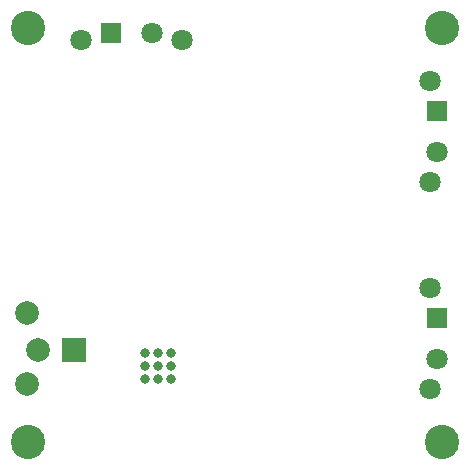
<source format=gbs>
G04*
G04 #@! TF.GenerationSoftware,Altium Limited,Altium Designer,19.1.8 (144)*
G04*
G04 Layer_Color=16711935*
%FSLAX25Y25*%
%MOIN*%
G70*
G01*
G75*
%ADD54C,0.07099*%
%ADD55R,0.07099X0.07099*%
%ADD56R,0.07099X0.07099*%
%ADD57C,0.07887*%
%ADD58R,0.07887X0.07887*%
%ADD59C,0.11430*%
%ADD60C,0.03162*%
D54*
X143701Y-61024D02*
D03*
Y-27559D02*
D03*
X146181Y-51181D02*
D03*
X61024Y-13780D02*
D03*
X27559D02*
D03*
X51181Y-11299D02*
D03*
X143701Y-129921D02*
D03*
Y-96457D02*
D03*
X146181Y-120079D02*
D03*
D55*
Y-37402D02*
D03*
Y-106299D02*
D03*
D56*
X37402Y-11299D02*
D03*
D57*
X9488Y-104795D02*
D03*
Y-128417D02*
D03*
X13189Y-117000D02*
D03*
D58*
X25000D02*
D03*
D59*
X9843Y-9843D02*
D03*
X147638D02*
D03*
Y-147638D02*
D03*
X9843D02*
D03*
D60*
X57331Y-126831D02*
D03*
X53000D02*
D03*
X48669D02*
D03*
X57331Y-122500D02*
D03*
X53000D02*
D03*
X48669D02*
D03*
X57331Y-118169D02*
D03*
X53000D02*
D03*
X48669D02*
D03*
M02*

</source>
